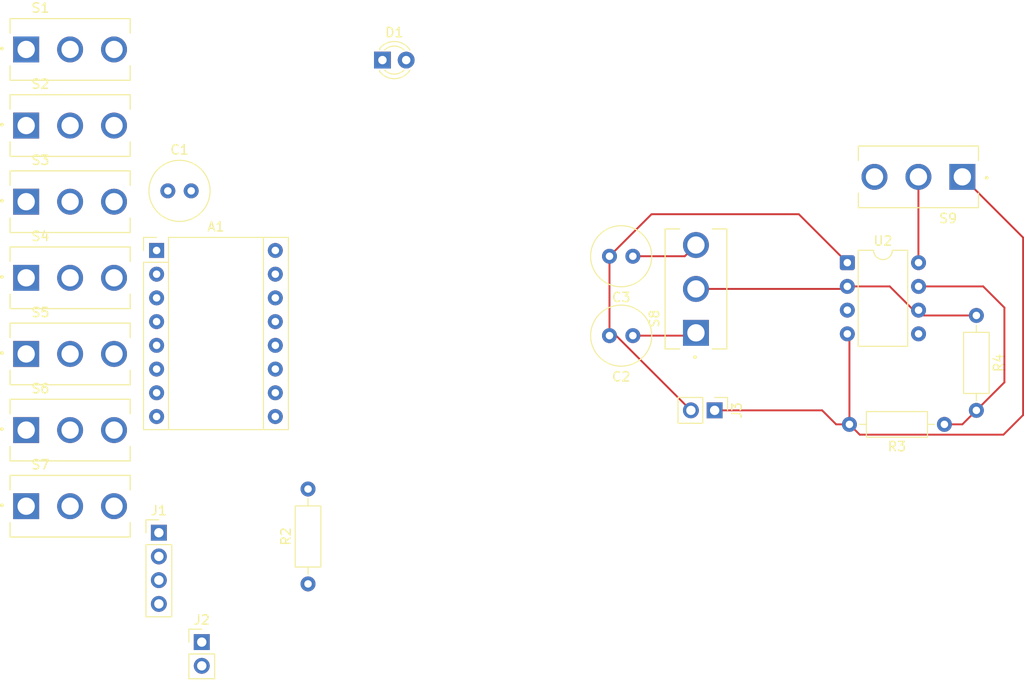
<source format=kicad_pcb>
(kicad_pcb (version 20241229) (generator "pcbnew") (generator_version "9.0")
  (layers (0 "F.Cu" signal) (2 "B.Cu" signal) (13 "F.Paste" user) (15 "B.Paste" user) (5 "F.SilkS" user "F.Silkscreen") (7 "B.SilkS" user "B.Silkscreen") (1 "F.Mask" user) (3 "B.Mask" user) (25 "Edge.Cuts" user))
  (net 0 "")
  (net 1 "Net-(A1-A2)")
  (net 2 "Net-(A1-M1)")
  (net 3 "Net-(A1-A1)")
  (net 4 "Net-(A1-~{SLP})")
  (net 5 "Net-(A1-~{FLT})")
  (net 6 "Net-(A1-~{RST})")
  (net 7 "Net-(A1-~{EN})")
  (net 8 "Net-(A1-DIR)")
  (net 9 "+24V")
  (net 10 "GND")
  (net 11 "Net-(A1-M0)")
  (net 12 "-24V")
  (net 13 "Net-(A1-M2)")
  (net 14 "STEP")
  (net 15 "Net-(A1-B2)")
  (net 16 "Net-(A1-B1)")
  (net 17 "Net-(C2-Pad1)")
  (net 18 "Net-(C3-Pad1)")
  (net 19 "Net-(D1-A)")
  (net 20 "+3.3V")
  (net 21 "Net-(U2-DIS)")
  (net 22 "Net-(R1-Pad2)")
  (net 23 "Net-(U2-THR)")
  (net 25 "Net-(U2-VCC)")
  (footprint "Capacitor_THT:C_Radial_D6.3mm_H11.0mm_P2.50mm" (layer "F.Cu") (at 165.25 79 180)
    (property "Reference" "C3" (at 1.25 -4.4 0) (layer "F.SilkS"))
    (property "Value" "100uF")
    (fp_circle (center 1.25 0) (end 4.52 0) (stroke (width 0.12)) (fill no) (layer "F.SilkS"))
    (pad "1" thru_hole circle (at 0 0 180) (size 1.6 1.6) (drill 0.8) (layers "*.Cu" "*.Mask") (net 18 "Net-(C3-Pad1)"))
    (pad "2" thru_hole circle (at 2.5 0 180) (size 1.6 1.6) (drill 0.8) (layers "*.Cu" "*.Mask") (net 10 "GND"))
  )
  (footprint "Library:SW_500SSP1S1M2REA" (layer "F.Cu") (at 105.045 56.86)
    (property "Reference" "S1" (at -3.175 -4.445 0) (layer "F.SilkS"))
    (property "Value" "500SSP1S1M2REA")
    (fp_line (start -6.425 -3.3) (end 6.425 -3.3) (stroke (width 0.127)) (layer "F.SilkS"))
    (fp_line (start -6.425 -1.75) (end -6.425 -3.3) (stroke (width 0.127)) (layer "F.SilkS"))
    (fp_line (start -6.425 3.3) (end -6.425 1.75) (stroke (width 0.127)) (layer "F.SilkS"))
    (fp_line (start 6.425 -3.3) (end 6.425 -1.75) (stroke (width 0.127)) (layer "F.SilkS"))
    (fp_line (start 6.425 1.75) (end 6.425 3.3) (stroke (width 0.127)) (layer "F.SilkS"))
    (fp_line (start 6.425 3.3) (end -6.425 3.3) (stroke (width 0.127)) (layer "F.SilkS"))
    (fp_circle (center -7.3 -0.1) (end -7.2 -0.1) (stroke (width 0.2)) (fill no) (layer "F.SilkS"))
    (pad "1" thru_hole rect (at -4.7 0) (size 2.775 2.775) (drill 1.85) (layers "*.Cu" "*.Mask") (net 10 "GND"))
    (pad "2" thru_hole circle (at 0 0) (size 2.775 2.775) (drill 1.85) (layers "*.Cu" "*.Mask") (net 4 "Net-(A1-~{SLP})"))
    (pad "3" thru_hole circle (at 4.7 0) (size 2.775 2.775) (drill 1.85) (layers "*.Cu" "*.Mask") (net 22 "Net-(R1-Pad2)"))
  )
  (footprint "Module:Pololu_Breakout-16_15.2x20.3mm" (layer "F.Cu") (at 114.3 78.38)
    (property "Reference" "A1" (at 6.35 -2.54 0) (layer "F.SilkS"))
    (property "Value" "Pololu_Breakout_DRV8825")
    (fp_line (start -1.4 -1.4) (end -1.4 0) (stroke (width 0.12)) (layer "F.SilkS"))
    (fp_line (start -1.4 1.27) (end -1.4 19.18) (stroke (width 0.12)) (layer "F.SilkS"))
    (fp_line (start -1.4 19.18) (end 14.1 19.18) (stroke (width 0.12)) (layer "F.SilkS"))
    (fp_line (start 0 -1.4) (end -1.4 -1.4) (stroke (width 0.12)) (layer "F.SilkS"))
    (fp_line (start 1.27 -1.4) (end 1.27 1.27) (stroke (width 0.12)) (layer "F.SilkS"))
    (fp_line (start 1.27 1.27) (end -1.4 1.27) (stroke (width 0.12)) (layer "F.SilkS"))
    (fp_line (start 1.27 1.27) (end 1.27 19.18) (stroke (width 0.12)) (layer "F.SilkS"))
    (fp_line (start 11.43 -1.4) (end 11.43 19.18) (stroke (width 0.12)) (layer "F.SilkS"))
    (fp_line (start 14.1 -1.4) (end 1.27 -1.4) (stroke (width 0.12)) (layer "F.SilkS"))
    (fp_line (start 14.1 19.18) (end 14.1 -1.4) (stroke (width 0.12)) (layer "F.SilkS"))
    (pad "1" thru_hole rect (at 0 0) (size 1.6 1.6) (drill 0.8) (layers "*.Cu" "*.Mask") (net 10 "GND"))
    (pad "2" thru_hole oval (at 0 2.54) (size 1.6 1.6) (drill 0.8) (layers "*.Cu" "*.Mask") (net 5 "Net-(A1-~{FLT})"))
    (pad "3" thru_hole oval (at 0 5.08) (size 1.6 1.6) (drill 0.8) (layers "*.Cu" "*.Mask") (net 1 "Net-(A1-A2)"))
    (pad "4" thru_hole oval (at 0 7.62) (size 1.6 1.6) (drill 0.8) (layers "*.Cu" "*.Mask") (net 3 "Net-(A1-A1)"))
    (pad "5" thru_hole oval (at 0 10.16) (size 1.6 1.6) (drill 0.8) (layers "*.Cu" "*.Mask") (net 16 "Net-(A1-B1)"))
    (pad "6" thru_hole oval (at 0 12.7) (size 1.6 1.6) (drill 0.8) (layers "*.Cu" "*.Mask") (net 15 "Net-(A1-B2)"))
    (pad "7" thru_hole oval (at 0 15.24) (size 1.6 1.6) (drill 0.8) (layers "*.Cu" "*.Mask") (net 12 "-24V"))
    (pad "8" thru_hole oval (at 0 17.78) (size 1.6 1.6) (drill 0.8) (layers "*.Cu" "*.Mask") (net 9 "+24V"))
    (pad "9" thru_hole oval (at 12.7 17.78) (size 1.6 1.6) (drill 0.8) (layers "*.Cu" "*.Mask") (net 7 "Net-(A1-~{EN})"))
    (pad "10" thru_hole oval (at 12.7 15.24) (size 1.6 1.6) (drill 0.8) (layers "*.Cu" "*.Mask") (net 11 "Net-(A1-M0)"))
    (pad "11" thru_hole oval (at 12.7 12.7) (size 1.6 1.6) (drill 0.8) (layers "*.Cu" "*.Mask") (net 2 "Net-(A1-M1)"))
    (pad "12" thru_hole oval (at 12.7 10.16) (size 1.6 1.6) (drill 0.8) (layers "*.Cu" "*.Mask") (net 13 "Net-(A1-M2)"))
    (pad "13" thru_hole oval (at 12.7 7.62) (size 1.6 1.6) (drill 0.8) (layers "*.Cu" "*.Mask") (net 6 "Net-(A1-~{RST})"))
    (pad "14" thru_hole oval (at 12.7 5.08) (size 1.6 1.6) (drill 0.8) (layers "*.Cu" "*.Mask") (net 4 "Net-(A1-~{SLP})"))
    (pad "15" thru_hole oval (at 12.7 2.54) (size 1.6 1.6) (drill 0.8) (layers "*.Cu" "*.Mask") (net 14 "STEP"))
    (pad "16" thru_hole oval (at 12.7 0) (size 1.6 1.6) (drill 0.8) (layers "*.Cu" "*.Mask") (net 8 "Net-(A1-DIR)"))
  )
  (footprint "Library:SW_500SSP1S1M2REA" (layer "F.Cu") (at 105.045 73.16)
    (property "Reference" "S3" (at -3.175 -4.445 0) (layer "F.SilkS"))
    (property "Value" "500SSP1S1M2REA")
    (fp_line (start -6.425 -3.3) (end 6.425 -3.3) (stroke (width 0.127)) (layer "F.SilkS"))
    (fp_line (start -6.425 -1.75) (end -6.425 -3.3) (stroke (width 0.127)) (layer "F.SilkS"))
    (fp_line (start -6.425 3.3) (end -6.425 1.75) (stroke (width 0.127)) (layer "F.SilkS"))
    (fp_line (start 6.425 -3.3) (end 6.425 -1.75) (stroke (width 0.127)) (layer "F.SilkS"))
    (fp_line (start 6.425 1.75) (end 6.425 3.3) (stroke (width 0.127)) (layer "F.SilkS"))
    (fp_line (start 6.425 3.3) (end -6.425 3.3) (stroke (width 0.127)) (layer "F.SilkS"))
    (fp_circle (center -7.3 -0.1) (end -7.2 -0.1) (stroke (width 0.2)) (fill no) (layer "F.SilkS"))
    (pad "1" thru_hole rect (at -4.7 0) (size 2.775 2.775) (drill 1.85) (layers "*.Cu" "*.Mask") (net 10 "GND"))
    (pad "2" thru_hole circle (at 0 0) (size 2.775 2.775) (drill 1.85) (layers "*.Cu" "*.Mask") (net 8 "Net-(A1-DIR)"))
    (pad "3" thru_hole circle (at 4.7 0) (size 2.775 2.775) (drill 1.85) (layers "*.Cu" "*.Mask") (net 22 "Net-(R1-Pad2)"))
  )
  (footprint "Capacitor_THT:C_Radial_D6.3mm_H11.0mm_P2.50mm" (layer "F.Cu") (at 115.5 72)
    (property "Reference" "C1" (at 1.25 -4.4 0) (layer "F.SilkS"))
    (property "Value" "Capacitor for Driver")
    (fp_circle (center 1.25 0) (end 4.52 0) (stroke (width 0.12)) (fill no) (layer "F.SilkS"))
    (pad "1" thru_hole circle (at 0 0) (size 1.6 1.6) (drill 0.8) (layers "*.Cu" "*.Mask") (net 9 "+24V"))
    (pad "2" thru_hole circle (at 2.5 0) (size 1.6 1.6) (drill 0.8) (layers "*.Cu" "*.Mask") (net 12 "-24V"))
  )
  (footprint "Resistor_THT:R_Axial_DIN0207_L6.3mm_D2.5mm_P10.16mm_Horizontal" (layer "F.Cu") (at 198.58 97 180)
    (property "Reference" "R3" (at 5.08 -2.37 0) (layer "F.SilkS"))
    (property "Value" "3.3k Ohms")
    (fp_line (start 9.12 0) (end 8.35 0) (stroke (width 0.12)) (layer "F.SilkS"))
    (fp_line (start 1.04 0) (end 1.81 0) (stroke (width 0.12)) (layer "F.SilkS"))
    (fp_rect (start 1.81 -1.37) (end 8.35 1.37) (stroke (width 0.12)) (fill no) (layer "F.SilkS"))
    (pad "1" thru_hole circle (at 0 0 180) (size 1.6 1.6) (drill 0.8) (layers "*.Cu" "*.Mask") (net 21 "Net-(U2-DIS)"))
    (pad "2" thru_hole circle (at 10.16 0 180) (size 1.6 1.6) (drill 0.8) (layers "*.Cu" "*.Mask") (net 20 "+3.3V"))
  )
  (footprint "Library:SW_500SSP1S1M2REA" (layer "F.Cu") (at 105.045 89.46)
    (property "Reference" "S5" (at -3.175 -4.445 0) (layer "F.SilkS"))
    (property "Value" "500SSP1S1M2REA")
    (fp_line (start -6.425 -3.3) (end 6.425 -3.3) (stroke (width 0.127)) (layer "F.SilkS"))
    (fp_line (start -6.425 -1.75) (end -6.425 -3.3) (stroke (width 0.127)) (layer "F.SilkS"))
    (fp_line (start -6.425 3.3) (end -6.425 1.75) (stroke (width 0.127)) (layer "F.SilkS"))
    (fp_line (start 6.425 -3.3) (end 6.425 -1.75) (stroke (width 0.127)) (layer "F.SilkS"))
    (fp_line (start 6.425 1.75) (end 6.425 3.3) (stroke (width 0.127)) (layer "F.SilkS"))
    (fp_line (start 6.425 3.3) (end -6.425 3.3) (stroke (width 0.127)) (layer "F.SilkS"))
    (fp_circle (center -7.3 -0.1) (end -7.2 -0.1) (stroke (width 0.2)) (fill no) (layer "F.SilkS"))
    (pad "1" thru_hole rect (at -4.7 0) (size 2.775 2.775) (drill 1.85) (layers "*.Cu" "*.Mask") (net 10 "GND"))
    (pad "2" thru_hole circle (at 0 0) (size 2.775 2.775) (drill 1.85) (layers "*.Cu" "*.Mask") (net 2 "Net-(A1-M1)"))
    (pad "3" thru_hole circle (at 4.7 0) (size 2.775 2.775) (drill 1.85) (layers "*.Cu" "*.Mask") (net 22 "Net-(R1-Pad2)"))
  )
  (footprint "Library:SW_500SSP1S1M2REA" (layer "F.Cu") (at 105.045 81.31)
    (property "Reference" "S4" (at -3.175 -4.445 0) (layer "F.SilkS"))
    (property "Value" "500SSP1S1M2REA")
    (fp_line (start -6.425 -3.3) (end 6.425 -3.3) (stroke (width 0.127)) (layer "F.SilkS"))
    (fp_line (start -6.425 -1.75) (end -6.425 -3.3) (stroke (width 0.127)) (layer "F.SilkS"))
    (fp_line (start -6.425 3.3) (end -6.425 1.75) (stroke (width 0.127)) (layer "F.SilkS"))
    (fp_line (start 6.425 -3.3) (end 6.425 -1.75) (stroke (width 0.127)) (layer "F.SilkS"))
    (fp_line (start 6.425 1.75) (end 6.425 3.3) (stroke (width 0.127)) (layer "F.SilkS"))
    (fp_line (start 6.425 3.3) (end -6.425 3.3) (stroke (width 0.127)) (layer "F.SilkS"))
    (fp_circle (center -7.3 -0.1) (end -7.2 -0.1) (stroke (width 0.2)) (fill no) (layer "F.SilkS"))
    (pad "1" thru_hole rect (at -4.7 0) (size 2.775 2.775) (drill 1.85) (layers "*.Cu" "*.Mask") (net 10 "GND"))
    (pad "2" thru_hole circle (at 0 0) (size 2.775 2.775) (drill 1.85) (layers "*.Cu" "*.Mask") (net 11 "Net-(A1-M0)"))
    (pad "3" thru_hole circle (at 4.7 0) (size 2.775 2.775) (drill 1.85) (layers "*.Cu" "*.Mask") (net 22 "Net-(R1-Pad2)"))
  )
  (footprint "Library:SW_500SSP1S1M2REA" (layer "F.Cu") (at 195.8 70.5 180)
    (property "Reference" "S9" (at -3.175 -4.445 0) (layer "F.SilkS"))
    (property "Value" "500SSP1S1M2REA")
    (fp_line (start 6.425 3.3) (end -6.425 3.3) (stroke (width 0.127)) (layer "F.SilkS"))
    (fp_line (start 6.425 1.75) (end 6.425 3.3) (stroke (width 0.127)) (layer "F.SilkS"))
    (fp_line (start 6.425 -3.3) (end 6.425 -1.75) (stroke (width 0.127)) (layer "F.SilkS"))
    (fp_line (start -6.425 3.3) (end -6.425 1.75) (stroke (width 0.127)) (layer "F.SilkS"))
    (fp_line (start -6.425 -1.75) (end -6.425 -3.3) (stroke (width 0.127)) (layer "F.SilkS"))
    (fp_line (start -6.425 -3.3) (end 6.425 -3.3) (stroke (width 0.127)) (layer "F.SilkS"))
    (fp_circle (center -7.3 -0.1) (end -7.2 -0.1) (stroke (width 0.2)) (fill no) (layer "F.SilkS"))
    (pad "1" thru_hole rect (at -4.7 0 180) (size 2.775 2.775) (drill 1.85) (layers "*.Cu" "*.Mask") (net 20 "+3.3V"))
    (pad "2" thru_hole circle (at 0 0 180) (size 2.775 2.775) (drill 1.85) (layers "*.Cu" "*.Mask") (net 25 "Net-(U2-VCC)"))
    (pad "3" thru_hole circle (at 4.7 0 180) (size 2.775 2.775) (drill 1.85) (layers "*.Cu" "*.Mask"))
  )
  (footprint "Resistor_THT:R_Axial_DIN0207_L6.3mm_D2.5mm_P10.16mm_Horizontal" (layer "F.Cu") (at 130.5 114.08 90)
    (property "Reference" "R2" (at 5.08 -2.37 90) (layer "F.SilkS"))
    (property "Value" "65 Ohms")
    (fp_line (start 9.12 0) (end 8.35 0) (stroke (width 0.12)) (layer "F.SilkS"))
    (fp_line (start 1.04 0) (end 1.81 0) (stroke (width 0.12)) (layer "F.SilkS"))
    (fp_rect (start 1.81 -1.37) (end 8.35 1.37) (stroke (width 0.12)) (fill no) (layer "F.SilkS"))
    (pad "1" thru_hole circle (at 0 0 90) (size 1.6 1.6) (drill 0.8) (layers "*.Cu" "*.Mask") (net 20 "+3.3V"))
    (pad "2" thru_hole circle (at 10.16 0 90) (size 1.6 1.6) (drill 0.8) (layers "*.Cu" "*.Mask") (net 19 "Net-(D1-A)"))
  )
  (footprint "Connector_PinHeader_2.54mm:PinHeader_1x02_P2.54mm_Vertical" (layer "F.Cu") (at 174 95.5 -90)
    (property "Reference" "J3" (at 0 -2.38 90) (layer "F.SilkS"))
    (property "Value" "Conn_01x02_Pin")
    (fp_line (start -1.38 3.92) (end 1.38 3.92) (stroke (width 0.12)) (layer "F.SilkS"))
    (fp_line (start -1.38 1.27) (end -1.38 3.92) (stroke (width 0.12)) (layer "F.SilkS"))
    (fp_line (start -1.38 1.27) (end 1.38 1.27) (stroke (width 0.12)) (layer "F.SilkS"))
    (fp_line (start 1.38 1.27) (end 1.38 3.92) (stroke (width 0.12)) (layer "F.SilkS"))
    (fp_line (start -1.38 0) (end -1.38 -1.38) (stroke (width 0.12)) (layer "F.SilkS"))
    (fp_line (start -1.38 -1.38) (end 0 -1.38) (stroke (width 0.12)) (layer "F.SilkS"))
    (pad "1" thru_hole rect (at 0 0 270) (size 1.7 1.7) (drill 1) (layers "*.Cu" "*.Mask") (net 20 "+3.3V"))
    (pad "2" thru_hole circle (at 0 2.54 270) (size 1.7 1.7) (drill 1) (layers "*.Cu" "*.Mask") (net 10 "GND"))
  )
  (footprint "Library:SW_500SSP1S1M2REA" (layer "F.Cu") (at 105.045 105.76)
    (property "Reference" "S7" (at -3.175 -4.445 0) (layer "F.SilkS"))
    (property "Value" "500SSP1S1M2REA")
    (fp_line (start -6.425 -3.3) (end 6.425 -3.3) (stroke (width 0.127)) (layer "F.SilkS"))
    (fp_line (start -6.425 -1.75) (end -6.425 -3.3) (stroke (width 0.127)) (layer "F.SilkS"))
    (fp_line (start -6.425 3.3) (end -6.425 1.75) (stroke (width 0.127)) (layer "F.SilkS"))
    (fp_line (start 6.425 -3.3) (end 6.425 -1.75) (stroke (width 0.127)) (layer "F.SilkS"))
    (fp_line (start 6.425 1.75) (end 6.425 3.3) (stroke (width 0.127)) (layer "F.SilkS"))
    (fp_line (start 6.425 3.3) (end -6.425 3.3) (stroke (width 0.127)) (layer "F.SilkS"))
    (fp_circle (center -7.3 -0.1) (end -7.2 -0.1) (stroke (width 0.2)) (fill no) (layer "F.SilkS"))
    (pad "1" thru_hole rect (at -4.7 0) (size 2.775 2.775) (drill 1.85) (layers "*.Cu" "*.Mask") (net 10 "GND"))
    (pad "2" thru_hole circle (at 0 0) (size 2.775 2.775) (drill 1.85) (layers "*.Cu" "*.Mask") (net 6 "Net-(A1-~{RST})"))
    (pad "3" thru_hole circle (at 4.7 0) (size 2.775 2.775) (drill 1.85) (layers "*.Cu" "*.Mask") (net 22 "Net-(R1-Pad2)"))
  )
  (footprint "Capacitor_THT:C_Radial_D6.3mm_H11.0mm_P2.50mm" (layer "F.Cu") (at 165.25 87.5 180)
    (property "Reference" "C2" (at 1.25 -4.4 0) (layer "F.SilkS"))
    (property "Value" "100uF")
    (fp_circle (center 1.25 0) (end 4.52 0) (stroke (width 0.12)) (fill no) (layer "F.SilkS"))
    (pad "1" thru_hole circle (at 0 0 180) (size 1.6 1.6) (drill 0.8) (layers "*.Cu" "*.Mask") (net 17 "Net-(C2-Pad1)"))
    (pad "2" thru_hole circle (at 2.5 0 180) (size 1.6 1.6) (drill 0.8) (layers "*.Cu" "*.Mask") (net 10 "GND"))
  )
  (footprint "Connector_PinHeader_2.54mm:PinHeader_1x04_P2.54mm_Vertical" (layer "F.Cu") (at 114.54 108.6)
    (property "Reference" "J1" (at 0 -2.38 0) (layer "F.SilkS"))
    (property "Value" "Conn_01x04_Pin")
    (fp_line (start -1.38 -1.38) (end 0 -1.38) (stroke (width 0.12)) (layer "F.SilkS"))
    (fp_line (start -1.38 0) (end -1.38 -1.38) (stroke (width 0.12)) (layer "F.SilkS"))
    (fp_line (start -1.38 1.27) (end -1.38 9) (stroke (width 0.12)) (layer "F.SilkS"))
    (fp_line (start -1.38 1.27) (end 1.38 1.27) (stroke (width 0.12)) (layer "F.SilkS"))
    (fp_line (start -1.38 9) (end 1.38 9) (stroke (width 0.12)) (layer "F.SilkS"))
    (fp_line (start 1.38 1.27) (end 1.38 9) (stroke (width 0.12)) (layer "F.SilkS"))
    (pad "1" thru_hole rect (at 0 0) (size 1.7 1.7) (drill 1) (layers "*.Cu" "*.Mask") (net 15 "Net-(A1-B2)"))
    (pad "2" thru_hole circle (at 0 2.54) (size 1.7 1.7) (drill 1) (layers "*.Cu" "*.Mask") (net 16 "Net-(A1-B1)"))
    (pad "3" thru_hole circle (at 0 5.08) (size 1.7 1.7) (drill 1) (layers "*.Cu" "*.Mask") (net 1 "Net-(A1-A2)"))
    (pad "4" thru_hole circle (at 0 7.62) (size 1.7 1.7) (drill 1) (layers "*.Cu" "*.Mask") (net 3 "Net-(A1-A1)"))
  )
  (footprint "Library:SW_500SSP1S1M2REA" (layer "F.Cu") (at 105.045 65.01)
    (property "Reference" "S2" (at -3.175 -4.445 0) (layer "F.SilkS"))
    (property "Value" "500SSP1S1M2REA")
    (fp_line (start -6.425 -3.3) (end 6.425 -3.3) (stroke (width 0.127)) (layer "F.SilkS"))
    (fp_line (start -6.425 -1.75) (end -6.425 -3.3) (stroke (width 0.127)) (layer "F.SilkS"))
    (fp_line (start -6.425 3.3) (end -6.425 1.75) (stroke (width 0.127)) (layer "F.SilkS"))
    (fp_line (start 6.425 -3.3) (end 6.425 -1.75) (stroke (width 0.127)) (layer "F.SilkS"))
    (fp_line (start 6.425 1.75) (end 6.425 3.3) (stroke (width 0.127)) (layer "F.SilkS"))
    (fp_line (start 6.425 3.3) (end -6.425 3.3) (stroke (width 0.127)) (layer "F.SilkS"))
    (fp_circle (center -7.3 -0.1) (end -7.2 -0.1) (stroke (width 0.2)) (fill no) (layer "F.SilkS"))
    (pad "1" thru_hole rect (at -4.7 0) (size 2.775 2.775) (drill 1.85) (layers "*.Cu" "*.Mask") (net 10 "GND"))
    (pad "2" thru_hole circle (at 0 0) (size 2.775 2.775) (drill 1.85) (layers "*.Cu" "*.Mask") (net 7 "Net-(A1-~{EN})"))
    (pad "3" thru_hole circle (at 4.7 0) (size 2.775 2.775) (drill 1.85) (layers "*.Cu" "*.Mask") (net 22 "Net-(R1-Pad2)"))
  )
  (footprint "LED_THT:LED_D3.0mm" (layer "F.Cu") (at 138.46 58)
    (property "Reference" "D1" (at 1.27 -2.96 0) (layer "F.SilkS"))
    (property "Value" "LED")
    (fp_line (start -0.29 -1.236) (end -0.29 -1.08) (stroke (width 0.12)) (layer "F.SilkS"))
    (fp_line (start -0.29 1.08) (end -0.29 1.236) (stroke (width 0.12)) (layer "F.SilkS"))
    (fp_arc (start -0.29 -1.235516) (mid 1.36566 -1.987699) (end 2.941437 -1.08) (stroke (width 0.12)) (layer "F.SilkS"))
    (fp_arc (start 0.229039 -1.08) (mid 1.27 -1.5) (end 2.310961 -1.08) (stroke (width 0.12)) (layer "F.SilkS"))
    (fp_arc (start 2.310961 1.08) (mid 1.27 1.5) (end 0.229039 1.08) (stroke (width 0.12)) (layer "F.SilkS"))
    (fp_arc (start 2.941437 1.08) (mid 1.36566 1.987699) (end -0.29 1.235516) (stroke (width 0.12)) (layer "F.SilkS"))
    (pad "1" thru_hole rect (at 0 0) (size 1.8 1.8) (drill 0.9) (layers "*.Cu" "*.Mask") (net 5 "Net-(A1-~{FLT})"))
    (pad "2" thru_hole circle (at 2.54 0) (size 1.8 1.8) (drill 0.9) (layers "*.Cu" "*.Mask") (net 19 "Net-(D1-A)"))
  )
  (footprint "Library:SW_500SSP1S1M2REA" (layer "F.Cu") (at 105.045 97.61)
    (property "Reference" "S6" (at -3.175 -4.445 0) (layer "F.SilkS"))
    (property "Value" "500SSP1S1M2REA")
    (fp_line (start -6.425 -3.3) (end 6.425 -3.3) (stroke (width 0.127)) (layer "F.SilkS"))
    (fp_line (start -6.425 -1.75) (end -6.425 -3.3) (stroke (width 0.127)) (layer "F.SilkS"))
    (fp_line (start -6.425 3.3) (end -6.425 1.75) (stroke (width 0.127)) (layer "F.SilkS"))
    (fp_line (start 6.425 -3.3) (end 6.425 -1.75) (stroke (width 0.127)) (layer "F.SilkS"))
    (fp_line (start 6.425 1.75) (end 6.425 3.3) (stroke (width 0.127)) (layer "F.SilkS"))
    (fp_line (start 6.425 3.3) (end -6.425 3.3) (stroke (width 0.127)) (layer "F.SilkS"))
    (fp_circle (center -7.3 -0.1) (end -7.2 -0.1) (stroke (width 0.2)) (fill no) (layer "F.SilkS"))
    (pad "1" thru_hole rect (at -4.7 0) (size 2.775 2.775) (drill 1.85) (layers "*.Cu" "*.Mask") (net 10 "GND"))
    (pad "2" thru_hole circle (at 0 0) (size 2.775 2.775) (drill 1.85) (layers "*.Cu" "*.Mask") (net 13 "Net-(A1-M2)"))
    (pad "3" thru_hole circle (at 4.7 0) (size 2.775 2.775) (drill 1.85) (layers "*.Cu" "*.Mask") (net 22 "Net-(R1-Pad2)"))
  )
  (footprint "Library:SW_500SSP1S1M2REA" (layer "F.Cu") (at 172 82.5 90)
    (property "Reference" "S8" (at -3.175 -4.445 90) (layer "F.SilkS"))
    (property "Value" "500SSP1S1M2REA")
    (fp_line (start 6.425 -3.3) (end 6.425 -1.75) (stroke (width 0.127)) (layer "F.SilkS"))
    (fp_line (start -6.425 -3.3) (end 6.425 -3.3) (stroke (width 0.127)) (layer "F.SilkS"))
    (fp_line (start -6.425 -1.75) (end -6.425 -3.3) (stroke (width 0.127)) (layer "F.SilkS"))
    (fp_line (start 6.425 1.75) (end 6.425 3.3) (stroke (width 0.127)) (layer "F.SilkS"))
    (fp_line (start 6.425 3.3) (end -6.425 3.3) (stroke (width 0.127)) (layer "F.SilkS"))
    (fp_line (start -6.425 3.3) (end -6.425 1.75) (stroke (width 0.127)) (layer "F.SilkS"))
    (fp_circle (center -7.3 -0.1) (end -7.2 -0.1) (stroke (width 0.2)) (fill no) (layer "F.SilkS"))
    (pad "1" thru_hole rect (at -4.7 0 90) (size 2.775 2.775) (drill 1.85) (layers "*.Cu" "*.Mask") (net 17 "Net-(C2-Pad1)"))
    (pad "2" thru_hole circle (at 0 0 90) (size 2.775 2.775) (drill 1.85) (layers "*.Cu" "*.Mask") (net 23 "Net-(U2-THR)"))
    (pad "3" thru_hole circle (at 4.7 0 90) (size 2.775 2.775) (drill 1.85) (layers "*.Cu" "*.Mask") (net 18 "Net-(C3-Pad1)"))
  )
  (footprint "Package_DIP:DIP-8_W7.62mm" (layer "F.Cu") (at 188.195 79.69)
    (property "Reference" "U2" (at 3.81 -2.33 0) (layer "F.SilkS"))
    (property "Value" "NE555P")
    (fp_line (start 1.16 -1.33) (end 1.16 8.95) (stroke (width 0.12)) (layer "F.SilkS"))
    (fp_line (start 1.16 8.95) (end 6.46 8.95) (stroke (width 0.12)) (layer "F.SilkS"))
    (fp_line (start 2.81 -1.33) (end 1.16 -1.33) (stroke (width 0.12)) (layer "F.SilkS"))
    (fp_line (start 6.46 -1.33) (end 4.81 -1.33) (stroke (width 0.12)) (layer "F.SilkS"))
    (fp_line (start 6.46 8.95) (end 6.46 -1.33) (stroke (width 0.12)) (layer "F.SilkS"))
    (fp_arc (start 4.81 -1.33) (mid 3.81 -0.33) (end 2.81 -1.33) (stroke (width 0.12)) (layer "F.SilkS"))
    (pad "1" thru_hole roundrect (at 0 0) (size 1.6 1.6) (drill 0.8) (layers "*.Cu" "*.Mask") (roundrect_rratio 0.15625) (net 10 "GND"))
    (pad "2" thru_hole circle (at 0 2.54) (size 1.6 1.6) (drill 0.8) (layers "*.Cu" "*.Mask") (net 23 "Net-(U2-THR)"))
    (pad "3" thru_hole circle (at 0 5.08) (size 1.6 1.6) (drill 0.8) (layers "*.Cu" "*.Mask") (net 14 "STEP"))
    (pad "4" thru_hole circle (at 0 7.62) (size 1.6 1.6) (drill 0.8) (layers "*.Cu" "*.Mask") (net 20 "+3.3V"))
    (pad "5" thru_hole circle (at 7.62 7.62) (size 1.6 1.6) (drill 0.8) (layers "*.Cu" "*.Mask"))
    (pad "6" thru_hole circle (at 7.62 5.08) (size 1.6 1.6) (drill 0.8) (layers "*.Cu" "*.Mask") (net 23 "Net-(U2-THR)"))
    (pad "7" thru_hole circle (at 7.62 2.54) (size 1.6 1.6) (drill 0.8) (layers "*.Cu" "*.Mask") (net 21 "Net-(U2-DIS)"))
    (pad "8" thru_hole circle (at 7.62 0) (size 1.6 1.6) (drill 0.8) (layers "*.Cu" "*.Mask") (net 25 "Net-(U2-VCC)"))
  )
  (footprint "Resistor_THT:R_Axial_DIN0207_L6.3mm_D2.5mm_P10.16mm_Horizontal" (layer "F.Cu") (at 202 85.34 -90)
    (property "Reference" "R4" (at 5.08 -2.37 90) (layer "F.SilkS"))
    (property "Value" "10k Ohms")
    (fp_line (start 1.04 0) (end 1.81 0) (stroke (width 0.12)) (layer "F.SilkS"))
    (fp_line (start 9.12 0) (end 8.35 0) (stroke (width 0.12)) (layer "F.SilkS"))
    (fp_rect (start 1.81 -1.37) (end 8.35 1.37) (stroke (width 0.12)) (fill no) (layer "F.SilkS"))
    (pad "1" thru_hole circle (at 0 0 270) (size 1.6 1.6) (drill 0.8) (layers "*.Cu" "*.Mask") (net 23 "Net-(U2-THR)"))
    (pad "2" thru_hole circle (at 10.16 0 270) (size 1.6 1.6) (drill 0.8) (layers "*.Cu" "*.Mask") (net 21 "Net-(U2-DIS)"))
  )
  (footprint "Connector_PinHeader_2.54mm:PinHeader_1x02_P2.54mm_Vertical" (layer "F.Cu") (at 119.13 120.31)
    (property "Reference" "J2" (at 0 -2.38 0) (layer "F.SilkS"))
    (property "Value" "Conn_01x02_Pin")
    (fp_line (start -1.38 -1.38) (end 0 -1.38) (stroke (width 0.12)) (layer "F.SilkS"))
    (fp_line (start -1.38 0) (end -1.38 -1.38) (stroke (width 0.12)) (layer "F.SilkS"))
    (fp_line (start -1.38 1.27) (end -1.38 3.92) (stroke (width 0.12)) (layer "F.SilkS"))
    (fp_line (start -1.38 1.27) (end 1.38 1.27) (stroke (width 0.12)) (layer "F.SilkS"))
    (fp_line (start -1.38 3.92) (end 1.38 3.92) (stroke (width 0.12)) (layer "F.SilkS"))
    (fp_line (start 1.38 1.27) (end 1.38 3.92) (stroke (width 0.12)) (layer "F.SilkS"))
    (pad "1" thru_hole rect (at 0 0) (size 1.7 1.7) (drill 1) (layers "*.Cu" "*.Mask") (net 12 "-24V"))
    (pad "2" thru_hole circle (at 0 2.54) (size 1.7 1.7) (drill 1) (layers "*.Cu" "*.Mask") (net 9 "+24V"))
  )
  (segment (start 163.46 87.5) (end 162.75 87.5) (width 0.2) (layer "F.Cu") (net 10))
  (segment (start 167.25 74.5) (end 162.75 79) (width 0.2) (layer "F.Cu") (net 10))
  (segment (start 171.46 95.5) (end 163.46 87.5) (width 0.2) (layer "F.Cu") (net 10))
  (segment (start 183.005 74.5) (end 167.25 74.5) (width 0.2) (layer "F.Cu") (net 10))
  (segment (start 162.75 87.5) (end 162.75 79) (width 0.2) (layer "F.Cu") (net 10))
  (segment (start 188.195 79.69) (end 183.005 74.5) (width 0.2) (layer "F.Cu") (net 10))
  (segment (start 165.25 87.5) (end 171.7 87.5) (width 0.2) (layer "F.Cu") (net 17))
  (segment (start 171.7 87.5) (end 172 87.2) (width 0.2) (layer "F.Cu") (net 17))
  (segment (start 170.8 79) (end 172 77.8) (width 0.2) (layer "F.Cu") (net 18))
  (segment (start 165.25 79) (end 170.8 79) (width 0.2) (layer "F.Cu") (net 18))
  (segment (start 188.42 97) (end 188.42 87.535) (width 0.2) (layer "F.Cu") (net 20))
  (segment (start 185.5 95.5) (end 174 95.5) (width 0.2) (layer "F.Cu") (net 20))
  (segment (start 188.42 87.535) (end 188.195 87.31) (width 0.2) (layer "F.Cu") (net 20))
  (segment (start 200.5 70.5) (end 207 77) (width 0.2) (layer "F.Cu") (net 20))
  (segment (start 207 77) (end 207 96) (width 0.2) (layer "F.Cu") (net 20))
  (segment (start 188.42 97) (end 187 97) (width 0.2) (layer "F.Cu") (net 20))
  (segment (start 204.899 98.101) (end 189.521 98.101) (width 0.2) (layer "F.Cu") (net 20))
  (segment (start 189.521 98.101) (end 188.42 97) (width 0.2) (layer "F.Cu") (net 20))
  (segment (start 187 97) (end 185.5 95.5) (width 0.2) (layer "F.Cu") (net 20))
  (segment (start 207 96) (end 204.899 98.101) (width 0.2) (layer "F.Cu") (net 20))
  (segment (start 205 84.5) (end 202.73 82.23) (width 0.2) (layer "F.Cu") (net 21))
  (segment (start 200.5 97) (end 202 95.5) (width 0.2) (layer "F.Cu") (net 21))
  (segment (start 202.73 82.23) (end 195.815 82.23) (width 0.2) (layer "F.Cu") (net 21))
  (segment (start 205 92.5) (end 205 84.5) (width 0.2) (layer "F.Cu") (net 21))
  (segment (start 202 95.5) (end 205 92.5) (width 0.2) (layer "F.Cu") (net 21))
  (segment (start 198.58 97) (end 200.5 97) (width 0.2) (layer "F.Cu") (net 21))
  (segment (start 192.73 82.23) (end 188.195 82.23) (width 0.2) (layer "F.Cu") (net 23))
  (segment (start 195.815 84.77) (end 195.27 84.77) (width 0.2) (layer "F.Cu") (net 23))
  (segment (start 172 82.5) (end 187.925 82.5) (width 0.2) (layer "F.Cu") (net 23))
  (segment (start 195.27 84.77) (end 192.73 82.23) (width 0.2) (layer "F.Cu") (net 23))
  (segment (start 187.925 82.5) (end 188.195 82.23) (width 0.2) (layer "F.Cu") (net 23))
  (segment (start 196.385 85.34) (end 195.815 84.77) (width 0.2) (layer "F.Cu") (net 23))
  (segment (start 202 85.34) (end 196.385 85.34) (width 0.2) (layer "F.Cu") (net 23))
  (segment (start 195.8 79.675) (end 195.815 79.69) (width 0.2) (layer "F.Cu") (net 25))
  (segment (start 195.8 70.5) (end 195.8 79.675) (width 0.2) (layer "F.Cu") (net 25))
)
</source>
